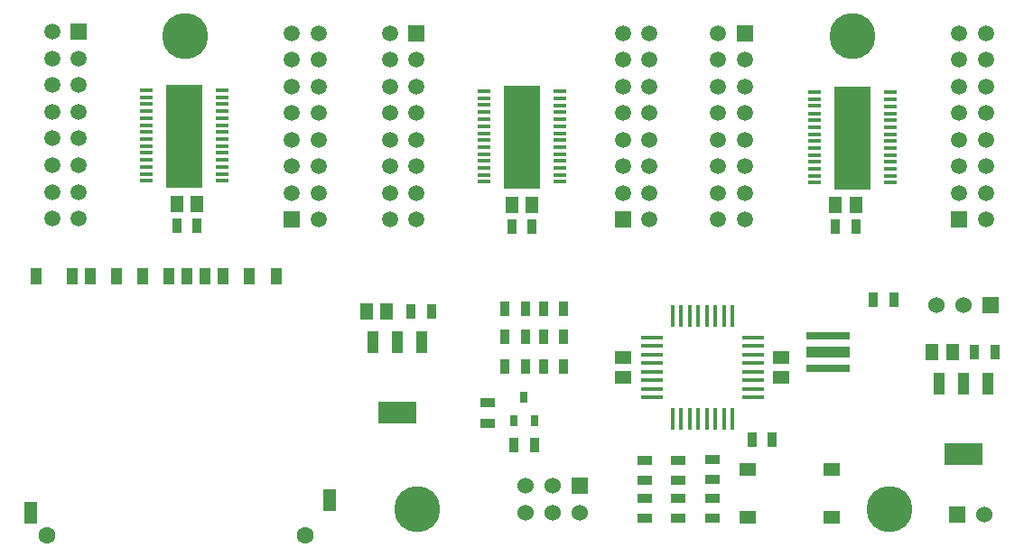
<source format=gts>
G04 (created by PCBNEW (2013-07-07 BZR 4022)-stable) date 01/05/2014 03:57:46 PM*
%MOIN*%
G04 Gerber Fmt 3.4, Leading zero omitted, Abs format*
%FSLAX34Y34*%
G01*
G70*
G90*
G04 APERTURE LIST*
%ADD10C,0.00590551*%
%ADD11C,0.0590551*%
%ADD12R,0.0590551X0.0590551*%
%ADD13R,0.035X0.055*%
%ADD14R,0.06X0.06*%
%ADD15C,0.06*%
%ADD16R,0.161417X0.0275591*%
%ADD17R,0.161417X0.0393701*%
%ADD18R,0.05X0.016*%
%ADD19R,0.133858X0.38189*%
%ADD20R,0.0512X0.059*%
%ADD21R,0.059X0.0512*%
%ADD22R,0.144X0.08*%
%ADD23R,0.04X0.08*%
%ADD24R,0.055X0.035*%
%ADD25R,0.0315X0.0394*%
%ADD26R,0.0610236X0.0511811*%
%ADD27R,0.0787X0.0177*%
%ADD28R,0.0177X0.0787*%
%ADD29R,0.0393701X0.0590551*%
%ADD30R,0.0472441X0.0787402*%
%ADD31C,0.0629921*%
%ADD32C,0.17*%
G04 APERTURE END LIST*
G54D10*
G54D11*
X68897Y-50748D03*
X69881Y-50748D03*
X68897Y-51732D03*
X69881Y-51732D03*
X68897Y-52716D03*
X69881Y-52716D03*
X68897Y-53700D03*
X69881Y-53700D03*
X68897Y-54685D03*
X69881Y-54685D03*
X68897Y-55669D03*
X69881Y-55669D03*
X68897Y-56653D03*
X69881Y-56653D03*
G54D12*
X68897Y-57637D03*
G54D11*
X69881Y-57637D03*
X73484Y-57637D03*
X72500Y-57637D03*
X73484Y-56653D03*
X72500Y-56653D03*
X73484Y-55669D03*
X72500Y-55669D03*
X73484Y-54685D03*
X72500Y-54685D03*
X73484Y-53700D03*
X72500Y-53700D03*
X73484Y-52716D03*
X72500Y-52716D03*
X73484Y-51732D03*
X72500Y-51732D03*
G54D12*
X73484Y-50748D03*
G54D11*
X72500Y-50748D03*
G54D13*
X89705Y-57893D03*
X88955Y-57893D03*
X90363Y-60610D03*
X91113Y-60610D03*
X65394Y-57854D03*
X64644Y-57854D03*
X77756Y-57893D03*
X77006Y-57893D03*
X85865Y-65748D03*
X86615Y-65748D03*
G54D14*
X79503Y-67452D03*
G54D15*
X79503Y-68452D03*
X78503Y-67452D03*
X78503Y-68452D03*
X77503Y-67452D03*
X77503Y-68452D03*
G54D14*
X93437Y-68523D03*
G54D15*
X94437Y-68523D03*
G54D16*
X88671Y-61938D03*
G54D17*
X88671Y-62529D03*
G54D16*
X88671Y-63120D03*
G54D18*
X66321Y-56197D03*
X66321Y-55947D03*
X66321Y-55687D03*
X66321Y-55427D03*
X66321Y-55177D03*
X66321Y-54917D03*
X66321Y-54657D03*
X66321Y-54407D03*
X66321Y-54147D03*
X66321Y-53897D03*
X66321Y-53637D03*
X66321Y-53377D03*
X66321Y-53127D03*
X66321Y-52867D03*
X63521Y-52867D03*
X63521Y-53127D03*
X63521Y-53367D03*
X63521Y-53637D03*
X63521Y-53897D03*
X63521Y-54147D03*
X63521Y-54407D03*
X63521Y-54657D03*
X63521Y-54917D03*
X63521Y-55177D03*
X63521Y-55427D03*
X63521Y-55687D03*
X63521Y-55947D03*
X63521Y-56197D03*
G54D19*
X64921Y-54547D03*
G54D18*
X78781Y-56236D03*
X78781Y-55986D03*
X78781Y-55726D03*
X78781Y-55466D03*
X78781Y-55216D03*
X78781Y-54956D03*
X78781Y-54696D03*
X78781Y-54446D03*
X78781Y-54186D03*
X78781Y-53936D03*
X78781Y-53676D03*
X78781Y-53416D03*
X78781Y-53166D03*
X78781Y-52906D03*
X75981Y-52906D03*
X75981Y-53166D03*
X75981Y-53406D03*
X75981Y-53676D03*
X75981Y-53936D03*
X75981Y-54186D03*
X75981Y-54446D03*
X75981Y-54696D03*
X75981Y-54956D03*
X75981Y-55216D03*
X75981Y-55466D03*
X75981Y-55726D03*
X75981Y-55986D03*
X75981Y-56236D03*
G54D19*
X77381Y-54586D03*
G54D18*
X90966Y-56275D03*
X90966Y-56025D03*
X90966Y-55765D03*
X90966Y-55505D03*
X90966Y-55255D03*
X90966Y-54995D03*
X90966Y-54735D03*
X90966Y-54485D03*
X90966Y-54225D03*
X90966Y-53975D03*
X90966Y-53715D03*
X90966Y-53455D03*
X90966Y-53205D03*
X90966Y-52945D03*
X88166Y-52945D03*
X88166Y-53205D03*
X88166Y-53445D03*
X88166Y-53715D03*
X88166Y-53975D03*
X88166Y-54225D03*
X88166Y-54485D03*
X88166Y-54735D03*
X88166Y-54995D03*
X88166Y-55255D03*
X88166Y-55505D03*
X88166Y-55765D03*
X88166Y-56025D03*
X88166Y-56275D03*
G54D19*
X89566Y-54625D03*
G54D20*
X88955Y-57106D03*
X89705Y-57106D03*
G54D21*
X81122Y-62715D03*
X81122Y-63465D03*
X86948Y-62715D03*
X86948Y-63465D03*
G54D20*
X65394Y-57066D03*
X64644Y-57066D03*
X77756Y-57106D03*
X77006Y-57106D03*
G54D11*
X61023Y-57598D03*
X60039Y-57598D03*
X61023Y-56614D03*
X60039Y-56614D03*
X61023Y-55629D03*
X60039Y-55629D03*
X61023Y-54645D03*
X60039Y-54645D03*
X61023Y-53661D03*
X60039Y-53661D03*
X61023Y-52677D03*
X60039Y-52677D03*
X61023Y-51692D03*
X60039Y-51692D03*
G54D12*
X61023Y-50708D03*
G54D11*
X60039Y-50708D03*
X81102Y-50748D03*
X82086Y-50748D03*
X81102Y-51732D03*
X82086Y-51732D03*
X81102Y-52716D03*
X82086Y-52716D03*
X81102Y-53700D03*
X82086Y-53700D03*
X81102Y-54685D03*
X82086Y-54685D03*
X81102Y-55669D03*
X82086Y-55669D03*
X81102Y-56653D03*
X82086Y-56653D03*
G54D12*
X81102Y-57637D03*
G54D11*
X82086Y-57637D03*
X85610Y-57637D03*
X84625Y-57637D03*
X85610Y-56653D03*
X84625Y-56653D03*
X85610Y-55669D03*
X84625Y-55669D03*
X85610Y-54685D03*
X84625Y-54685D03*
X85610Y-53700D03*
X84625Y-53700D03*
X85610Y-52716D03*
X84625Y-52716D03*
X85610Y-51732D03*
X84625Y-51732D03*
G54D12*
X85610Y-50748D03*
G54D11*
X84625Y-50748D03*
X93523Y-50748D03*
X94507Y-50748D03*
X93523Y-51732D03*
X94507Y-51732D03*
X93523Y-52716D03*
X94507Y-52716D03*
X93523Y-53700D03*
X94507Y-53700D03*
X93523Y-54685D03*
X94507Y-54685D03*
X93523Y-55669D03*
X94507Y-55669D03*
X93523Y-56653D03*
X94507Y-56653D03*
G54D12*
X93523Y-57637D03*
G54D11*
X94507Y-57637D03*
G54D22*
X93681Y-66280D03*
G54D23*
X93681Y-63680D03*
X92781Y-63680D03*
X94581Y-63680D03*
G54D22*
X72795Y-64764D03*
G54D23*
X72795Y-62164D03*
X71895Y-62164D03*
X73695Y-62164D03*
G54D24*
X76122Y-65158D03*
X76122Y-64408D03*
G54D13*
X77085Y-65964D03*
X77835Y-65964D03*
X77500Y-61948D03*
X76750Y-61948D03*
X78168Y-60925D03*
X78918Y-60925D03*
X77500Y-60925D03*
X76750Y-60925D03*
X78168Y-61948D03*
X78918Y-61948D03*
X77500Y-63051D03*
X76750Y-63051D03*
X78168Y-63051D03*
X78918Y-63051D03*
X73286Y-61023D03*
X74036Y-61023D03*
X94093Y-62539D03*
X94843Y-62539D03*
G54D24*
X84419Y-66495D03*
X84419Y-67245D03*
X83159Y-66514D03*
X83159Y-67264D03*
X81899Y-66514D03*
X81899Y-67264D03*
X84419Y-67922D03*
X84419Y-68672D03*
X83159Y-67922D03*
X83159Y-68672D03*
X81899Y-67922D03*
X81899Y-68672D03*
G54D14*
X94681Y-60807D03*
G54D15*
X93681Y-60807D03*
X92681Y-60807D03*
G54D20*
X71632Y-61023D03*
X72382Y-61023D03*
X92518Y-62539D03*
X93268Y-62539D03*
G54D25*
X77460Y-64192D03*
X77835Y-65058D03*
X77085Y-65058D03*
G54D26*
X88828Y-66850D03*
X88828Y-68622D03*
X85698Y-68622D03*
X85698Y-66850D03*
G54D27*
X85931Y-61997D03*
X85931Y-62312D03*
X85931Y-62627D03*
X85931Y-62942D03*
X85931Y-63257D03*
X85931Y-63572D03*
X85931Y-63887D03*
X85931Y-64202D03*
X82165Y-64200D03*
X82165Y-61990D03*
X82165Y-62310D03*
X82165Y-62630D03*
X82165Y-62940D03*
X82165Y-63260D03*
X82165Y-63570D03*
X82165Y-63890D03*
G54D28*
X85147Y-64990D03*
X84833Y-64990D03*
X84517Y-64990D03*
X84203Y-64990D03*
X83887Y-64990D03*
X83573Y-64990D03*
X83257Y-64990D03*
X82943Y-64990D03*
X85145Y-61210D03*
X84835Y-61210D03*
X84515Y-61210D03*
X84205Y-61210D03*
X83895Y-61210D03*
X83575Y-61210D03*
X83255Y-61210D03*
X82935Y-61210D03*
G54D29*
X67322Y-59720D03*
X66338Y-59720D03*
X65000Y-59720D03*
X64350Y-59720D03*
X63385Y-59720D03*
X62401Y-59720D03*
X61444Y-59720D03*
X60775Y-59720D03*
X68307Y-59720D03*
X59456Y-59720D03*
G54D30*
X59251Y-68464D03*
X70275Y-67992D03*
G54D29*
X65669Y-59720D03*
G54D31*
X69370Y-69291D03*
X59862Y-69291D03*
G54D32*
X64960Y-50866D03*
X89566Y-50866D03*
X73523Y-68326D03*
X90944Y-68326D03*
M02*

</source>
